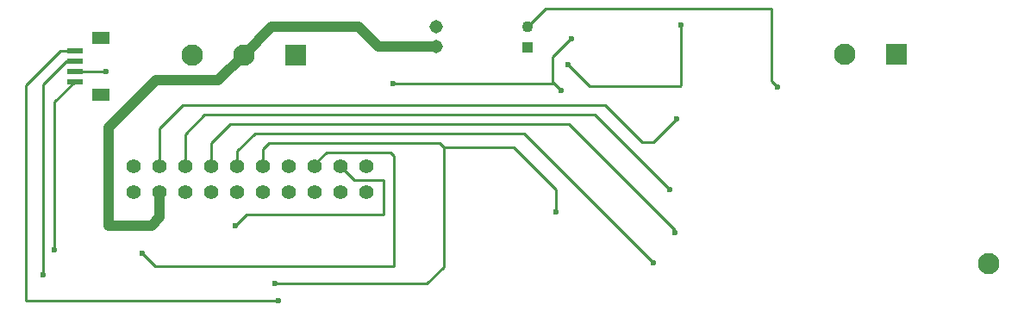
<source format=gbr>
%TF.GenerationSoftware,KiCad,Pcbnew,9.0.0*%
%TF.CreationDate,2025-11-28T03:58:01-07:00*%
%TF.ProjectId,signal-board,7369676e-616c-42d6-926f-6172642e6b69,rev?*%
%TF.SameCoordinates,Original*%
%TF.FileFunction,Copper,L1,Top*%
%TF.FilePolarity,Positive*%
%FSLAX46Y46*%
G04 Gerber Fmt 4.6, Leading zero omitted, Abs format (unit mm)*
G04 Created by KiCad (PCBNEW 9.0.0) date 2025-11-28 03:58:01*
%MOMM*%
%LPD*%
G01*
G04 APERTURE LIST*
%TA.AperFunction,ComponentPad*%
%ADD10R,2.100000X2.100000*%
%TD*%
%TA.AperFunction,ComponentPad*%
%ADD11C,2.100000*%
%TD*%
%TA.AperFunction,SMDPad,CuDef*%
%ADD12R,1.803400X1.193800*%
%TD*%
%TA.AperFunction,SMDPad,CuDef*%
%ADD13R,1.549400X0.609600*%
%TD*%
%TA.AperFunction,ComponentPad*%
%ADD14R,1.100000X1.100000*%
%TD*%
%TA.AperFunction,ComponentPad*%
%ADD15C,1.100000*%
%TD*%
%TA.AperFunction,ComponentPad*%
%ADD16C,1.397000*%
%TD*%
%TA.AperFunction,ComponentPad*%
%ADD17C,1.308000*%
%TD*%
%TA.AperFunction,ViaPad*%
%ADD18C,0.600000*%
%TD*%
%TA.AperFunction,Conductor*%
%ADD19C,0.254000*%
%TD*%
%TA.AperFunction,Conductor*%
%ADD20C,0.200000*%
%TD*%
%TA.AperFunction,Conductor*%
%ADD21C,1.000000*%
%TD*%
G04 APERTURE END LIST*
D10*
%TO.P,J1,01,01*%
%TO.N,ramp_up*%
X186002500Y-75090000D03*
D11*
%TO.P,J1,02,02*%
%TO.N,ramp_down*%
X180922500Y-75090000D03*
%TD*%
%TO.P,,03,02*%
%TO.N,spare*%
X195070000Y-95640000D03*
%TD*%
D10*
%TO.P,J2,01,01*%
%TO.N,sim_home*%
X126992500Y-75106000D03*
D11*
%TO.P,J2,02,02*%
%TO.N,+VIN-dc*%
X121912500Y-75106000D03*
%TO.P,J2,03,03*%
%TO.N,-Vin*%
X116832500Y-75106000D03*
%TD*%
D12*
%TO.P,J3,6*%
%TO.N,N/C*%
X107840000Y-79030000D03*
%TO.P,J3,5*%
X107840000Y-73430002D03*
D13*
%TO.P,J3,4,4*%
%TO.N,GPIO_22*%
X105315001Y-77730001D03*
%TO.P,J3,3,3*%
%TO.N,GPIO_21*%
X105315001Y-76730000D03*
%TO.P,J3,2,2*%
%TO.N,+3.3V*%
X105315001Y-75730002D03*
%TO.P,J3,1,1*%
%TO.N,ESP_GND2*%
X105315001Y-74730001D03*
%TD*%
D14*
%TO.P,C4,P*%
%TO.N,VDD*%
X149750000Y-74358100D03*
D15*
%TO.P,C4,N*%
%TO.N,-Vin*%
X149750000Y-72358100D03*
%TD*%
D16*
%TO.P,J6,B10,B10*%
%TO.N,-Vin*%
X133954900Y-86080851D03*
%TO.P,J6,B9,B9*%
%TO.N,GPIO_21*%
X131414900Y-86080851D03*
%TO.P,J6,B8,B8*%
%TO.N,GPIO_22*%
X128874900Y-86080851D03*
%TO.P,J6,B7,B7*%
%TO.N,GPIO_23*%
X126334900Y-86080851D03*
%TO.P,J6,B6,B6*%
%TO.N,+3.3V*%
X123794900Y-86080851D03*
%TO.P,J6,B5,B5*%
%TO.N,GPIO_32*%
X121254900Y-86080851D03*
%TO.P,J6,B4,B4*%
%TO.N,GPIO_33*%
X118714900Y-86080851D03*
%TO.P,J6,B3,B3*%
%TO.N,GPIO_25*%
X116174900Y-86080851D03*
%TO.P,J6,B2,B2*%
%TO.N,GPIO_26*%
X113634900Y-86080851D03*
%TO.P,J6,B1,B1*%
%TO.N,GPIO_27*%
X111094900Y-86080851D03*
%TO.P,J6,A10,A10*%
%TO.N,CLK*%
X133954900Y-88620851D03*
%TO.P,J6,A9,A9*%
%TO.N,GPIO_2*%
X131414900Y-88620851D03*
%TO.P,J6,A8,A8*%
%TO.N,ESP_GND2*%
X128874900Y-88620851D03*
%TO.P,J6,A7,A7*%
%TO.N,GPIO_13*%
X126334900Y-88620851D03*
%TO.P,J6,A6,A6*%
%TO.N,GPIO_ANAG_35*%
X123794900Y-88620851D03*
%TO.P,J6,A5,A5*%
%TO.N,unconnected-(J6-PadA5)*%
X121254900Y-88620851D03*
%TO.P,J6,A4,A4*%
%TO.N,GPIO_ANAG_34*%
X118714900Y-88620851D03*
%TO.P,J6,A3,A3*%
%TO.N,+VOUT_esp_signal*%
X116174900Y-88620851D03*
%TO.P,J6,A2,A2*%
%TO.N,+VIN-dc*%
X113634900Y-88620851D03*
%TO.P,J6,A1,A1*%
%TO.N,+VIN*%
X111094900Y-88620851D03*
%TD*%
D17*
%TO.P,C5,2*%
%TO.N,-Vin*%
X140790000Y-72328100D03*
%TO.P,C5,1*%
%TO.N,+VIN-dc*%
X140790000Y-74328100D03*
%TD*%
D18*
%TO.N,Net-(U3-1IN+)*%
X153113950Y-78652050D03*
%TO.N,+3.3V*%
X124930000Y-97616000D03*
%TO.N,GPIO_26*%
X164445000Y-81421000D03*
%TO.N,GPIO_22*%
X111900000Y-94572000D03*
%TO.N,GPIO_33*%
X164250000Y-92616000D03*
%TO.N,sim_home_safe*%
X153740000Y-76078100D03*
%TO.N,GPIO_25*%
X163700000Y-88316000D03*
%TO.N,GPIO_32*%
X162150000Y-95516000D03*
%TO.N,Net-(U3-1IN+)*%
X136530000Y-77906000D03*
%TO.N,+3.3V*%
X102150000Y-96716000D03*
%TO.N,-Vin*%
X174300000Y-78266000D03*
%TO.N,Net-(U3-1IN+)*%
X154090000Y-73563100D03*
%TO.N,GPIO_21*%
X108336601Y-76780001D03*
%TO.N,GPIO_22*%
X103300000Y-94266000D03*
%TO.N,+3.3V*%
X152580000Y-90556000D03*
%TO.N,ESP_GND2*%
X125280000Y-99256000D03*
%TO.N,sim_home_safe*%
X164840000Y-72166000D03*
%TO.N,GPIO_21*%
X121100000Y-91866000D03*
%TD*%
D19*
%TO.N,-Vin*%
X173700000Y-77666000D02*
X174300000Y-78266000D01*
X173700000Y-70570000D02*
X173700000Y-77666000D01*
X151538100Y-70570000D02*
X173700000Y-70570000D01*
X149750000Y-72358100D02*
X151538100Y-70570000D01*
%TO.N,GPIO_22*%
X103300000Y-79745002D02*
X105315001Y-77730001D01*
X103300000Y-94266000D02*
X103300000Y-79745002D01*
%TO.N,+3.3V*%
X104436600Y-75730002D02*
X105315001Y-75730002D01*
X102150000Y-78016602D02*
X104436600Y-75730002D01*
X102150000Y-96716000D02*
X102150000Y-78016602D01*
%TO.N,ESP_GND2*%
X100478000Y-78138602D02*
X100593301Y-78023301D01*
X100593301Y-78023301D02*
X103886601Y-74730001D01*
X100478000Y-99256000D02*
X100478000Y-78138602D01*
D20*
%TO.N,GPIO_26*%
X113634900Y-85295100D02*
X113660000Y-85270000D01*
D19*
X113660000Y-85270000D02*
X113660000Y-85776000D01*
D20*
X113634900Y-86080851D02*
X113634900Y-85295100D01*
%TO.N,GPIO_25*%
X116174900Y-86080851D02*
X116174900Y-85560000D01*
D19*
X116174900Y-85560000D02*
X116174900Y-85750900D01*
D21*
%TO.N,+VIN-dc*%
X112860000Y-91876000D02*
X113660000Y-91076000D01*
X108660000Y-91876000D02*
X112860000Y-91876000D01*
X113660000Y-91076000D02*
X113660000Y-88645951D01*
X113660000Y-88645951D02*
X113634900Y-88620851D01*
X119382500Y-77636000D02*
X113250000Y-77636000D01*
X108660000Y-82226000D02*
X108660000Y-91876000D01*
X121912500Y-75106000D02*
X119382500Y-77636000D01*
X113250000Y-77636000D02*
X108660000Y-82226000D01*
D19*
%TO.N,GPIO_33*%
X118740000Y-86055751D02*
X118714900Y-86080851D01*
X153800000Y-81916000D02*
X120600000Y-81916000D01*
X118740000Y-83776000D02*
X118740000Y-86055751D01*
X164250000Y-92616000D02*
X164250000Y-92366000D01*
X164250000Y-92366000D02*
X153800000Y-81916000D01*
X120600000Y-81916000D02*
X118740000Y-83776000D01*
%TO.N,GPIO_21*%
X135600000Y-87396000D02*
X132730049Y-87396000D01*
X132730049Y-87396000D02*
X131414900Y-86080851D01*
%TO.N,GPIO_22*%
X136300000Y-84666000D02*
X130010000Y-84666000D01*
X136650000Y-85016000D02*
X136300000Y-84666000D01*
X128874900Y-85801100D02*
X128874900Y-86080851D01*
X136650000Y-95866000D02*
X136650000Y-85016000D01*
X130010000Y-84666000D02*
X128874900Y-85801100D01*
X113194000Y-95866000D02*
X136650000Y-95866000D01*
X111900000Y-94572000D02*
X113194000Y-95866000D01*
%TO.N,+3.3V*%
X123794900Y-84381100D02*
X123794900Y-86080851D01*
X124410000Y-83766000D02*
X123794900Y-84381100D01*
X141150000Y-83766000D02*
X124410000Y-83766000D01*
X123794900Y-86080851D02*
X123794900Y-85801100D01*
X141550000Y-84166000D02*
X141150000Y-83766000D01*
X123794900Y-85801100D02*
X123820000Y-85776000D01*
%TO.N,GPIO_32*%
X121280000Y-84536000D02*
X121280000Y-86055751D01*
X121280000Y-86055751D02*
X121254900Y-86080851D01*
X123000000Y-82816000D02*
X121280000Y-84536000D01*
X162150000Y-95516000D02*
X149450000Y-82816000D01*
X149450000Y-82816000D02*
X123000000Y-82816000D01*
%TO.N,GPIO_21*%
X135600000Y-90816000D02*
X135600000Y-87396000D01*
%TO.N,Net-(U3-1IN+)*%
X136560000Y-77916000D02*
X136560000Y-77936000D01*
%TO.N,ESP_GND2*%
X125280000Y-99256000D02*
X100478000Y-99256000D01*
%TO.N,GPIO_21*%
X108286600Y-76730000D02*
X108336601Y-76780001D01*
D21*
%TO.N,+VIN-dc*%
X121912500Y-75106000D02*
X124632500Y-72386000D01*
D19*
%TO.N,Net-(U3-1IN+)*%
X136560000Y-77936000D02*
X136530000Y-77906000D01*
%TO.N,GPIO_21*%
X121100000Y-91866000D02*
X122150000Y-90816000D01*
%TO.N,+3.3V*%
X152580000Y-88346000D02*
X148400000Y-84166000D01*
X152580000Y-90556000D02*
X152580000Y-88346000D01*
%TO.N,Net-(U3-1IN+)*%
X152240000Y-75328100D02*
X154005000Y-73563100D01*
%TO.N,ESP_GND2*%
X103886601Y-74730001D02*
X105315001Y-74730001D01*
%TO.N,+3.3V*%
X139900000Y-97616000D02*
X141550000Y-95966000D01*
%TO.N,GPIO_21*%
X105315001Y-76730000D02*
X108286600Y-76730000D01*
%TO.N,sim_home_safe*%
X155827900Y-78166000D02*
X153740000Y-76078100D01*
D21*
%TO.N,+VIN-dc*%
X135132100Y-74328100D02*
X140790000Y-74328100D01*
D19*
%TO.N,+3.3V*%
X141550000Y-95966000D02*
X141550000Y-84166000D01*
%TO.N,GPIO_21*%
X122150000Y-90816000D02*
X135600000Y-90816000D01*
%TO.N,+3.3V*%
X124930000Y-97616000D02*
X139900000Y-97616000D01*
X148400000Y-84166000D02*
X141550000Y-84166000D01*
D21*
%TO.N,+VIN-dc*%
X124632500Y-72386000D02*
X133190000Y-72386000D01*
D19*
%TO.N,sim_home_safe*%
X164840000Y-72166000D02*
X164840000Y-78078100D01*
%TO.N,Net-(U3-1IN+)*%
X153113950Y-78652050D02*
X152377900Y-77916000D01*
X152377900Y-77916000D02*
X136560000Y-77916000D01*
X153113950Y-78652050D02*
X152240000Y-77778100D01*
X152240000Y-77778100D02*
X152240000Y-75328100D01*
X154005000Y-73563100D02*
X154090000Y-73563100D01*
%TO.N,sim_home_safe*%
X164752100Y-78166000D02*
X155827900Y-78166000D01*
X164840000Y-78078100D02*
X164752100Y-78166000D01*
D21*
%TO.N,+VIN-dc*%
X133190000Y-72386000D02*
X135132100Y-74328100D01*
D19*
%TO.N,GPIO_26*%
X115900000Y-80066000D02*
X113660000Y-82306000D01*
X157400000Y-80066000D02*
X115900000Y-80066000D01*
X161062100Y-83728100D02*
X157400000Y-80066000D01*
X164445000Y-81421000D02*
X162137900Y-83728100D01*
X162137900Y-83728100D02*
X161062100Y-83728100D01*
X113660000Y-82306000D02*
X113660000Y-85270000D01*
%TO.N,GPIO_25*%
X116174900Y-85750900D02*
X116200000Y-85776000D01*
X156400000Y-81016000D02*
X118050000Y-81016000D01*
X118050000Y-81016000D02*
X116174900Y-82891100D01*
X116174900Y-82891100D02*
X116174900Y-85560000D01*
X163700000Y-88316000D02*
X156400000Y-81016000D01*
%TD*%
M02*

</source>
